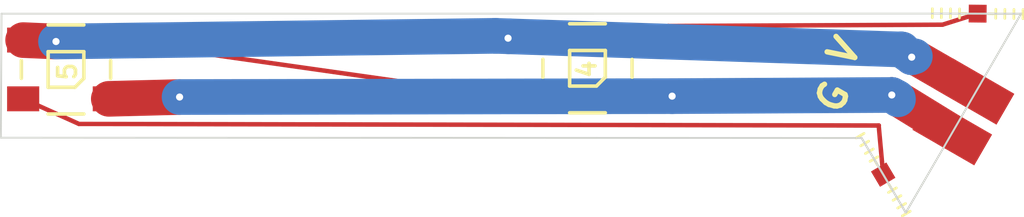
<source format=kicad_pcb>
(kicad_pcb (version 4) (host pcbnew 4.0.7)

  (general
    (links 3)
    (no_connects 0)
    (area 104.409223 29.099326 405.110759 155.047504)
    (thickness 1.6)
    (drawings 11)
    (tracks 40)
    (zones 0)
    (modules 6)
    (nets 6)
  )

  (page A4)
  (layers
    (0 F.Cu signal)
    (31 B.Cu signal)
    (32 B.Adhes user)
    (33 F.Adhes user)
    (34 B.Paste user)
    (35 F.Paste user)
    (36 B.SilkS user)
    (37 F.SilkS user)
    (38 B.Mask user)
    (39 F.Mask user)
    (40 Dwgs.User user)
    (41 Cmts.User user)
    (42 Eco1.User user)
    (43 Eco2.User user)
    (44 Edge.Cuts user)
    (45 Margin user)
    (46 B.CrtYd user)
    (47 F.CrtYd user)
    (48 B.Fab user)
    (49 F.Fab user)
  )

  (setup
    (last_trace_width 0.25)
    (user_trace_width 0.5)
    (user_trace_width 1)
    (user_trace_width 2)
    (trace_clearance 0.2)
    (zone_clearance 0.508)
    (zone_45_only no)
    (trace_min 0.2)
    (segment_width 0.2)
    (edge_width 0.15)
    (via_size 0.6)
    (via_drill 0.4)
    (via_min_size 0.4)
    (via_min_drill 0.3)
    (uvia_size 0.3)
    (uvia_drill 0.1)
    (uvias_allowed no)
    (uvia_min_size 0.2)
    (uvia_min_drill 0.1)
    (pcb_text_width 0.3)
    (pcb_text_size 1.5 1.5)
    (mod_edge_width 0.15)
    (mod_text_size 1 1)
    (mod_text_width 0.15)
    (pad_size 1.524 1.524)
    (pad_drill 0.762)
    (pad_to_mask_clearance 0.2)
    (aux_axis_origin 0 0)
    (visible_elements 7FFFF7FF)
    (pcbplotparams
      (layerselection 0x00030_80000001)
      (usegerberextensions false)
      (excludeedgelayer true)
      (linewidth 0.100000)
      (plotframeref false)
      (viasonmask false)
      (mode 1)
      (useauxorigin false)
      (hpglpennumber 1)
      (hpglpenspeed 20)
      (hpglpendiameter 15)
      (hpglpenoverlay 2)
      (psnegative false)
      (psa4output false)
      (plotreference true)
      (plotvalue true)
      (plotinvisibletext false)
      (padsonsilk false)
      (subtractmaskfromsilk false)
      (outputformat 1)
      (mirror false)
      (drillshape 1)
      (scaleselection 1)
      (outputdirectory ""))
  )

  (net 0 "")
  (net 1 /VCC)
  (net 2 /GND)
  (net 3 "Net-(LED2-Pad4)")
  (net 4 "Net-(LED3-Pad4)")
  (net 5 "Net-(LED104-Pad4)")

  (net_class Default "This is the default net class."
    (clearance 0.2)
    (trace_width 0.25)
    (via_dia 0.6)
    (via_drill 0.4)
    (uvia_dia 0.3)
    (uvia_drill 0.1)
    (add_net /GND)
    (add_net /VCC)
    (add_net "Net-(LED104-Pad4)")
    (add_net "Net-(LED2-Pad4)")
    (add_net "Net-(LED3-Pad4)")
  )

  (module "Tiny Edge" (layer F.Cu) (tedit 59EBDB8C) (tstamp 59EBDCB6)
    (at 149.410153881754 76.2254514346474 179.4)
    (fp_text reference "" (at 0 0.5 179.4) (layer F.SilkS)
      (effects (font (size 1 1) (thickness 0.15)))
    )
    (fp_text value "" (at 3.175 -4.056 179.4) (layer F.Fab)
      (effects (font (size 1 1) (thickness 0.15)))
    )
    (fp_line (start 0.635 0) (end 0.889 0) (layer F.SilkS) (width 0.15))
    (fp_line (start -0.889 0) (end -0.635 0) (layer F.SilkS) (width 0.15))
    (fp_line (start -2.54 -0.254) (end -2.54 0.254) (layer F.SilkS) (width 0.15))
    (fp_line (start 2.54 -0.254) (end 2.54 0.254) (layer F.SilkS) (width 0.15))
    (fp_line (start 2.032 -0.254) (end 2.032 0.254) (layer F.SilkS) (width 0.15))
    (fp_line (start 1.524 -0.254) (end 1.524 0.254) (layer F.SilkS) (width 0.15))
    (fp_line (start 1.016 -0.254) (end 1.016 0.254) (layer F.SilkS) (width 0.15))
    (fp_line (start -2.032 -0.254) (end -2.032 0.254) (layer F.SilkS) (width 0.15))
    (fp_line (start -1.524 -0.254) (end -1.524 0.254) (layer F.SilkS) (width 0.15))
    (fp_line (start -1.016 -0.254) (end -1.016 0.254) (layer F.SilkS) (width 0.15))
    (pad 1 smd rect (at 0 0 179.4) (size 1 1) (layers F.Cu F.Paste F.Mask))
  )

  (module "Tiny Edge" (layer F.Cu) (tedit 59EBDB8C) (tstamp 59EA9D59)
    (at 144.116411268613 85.2674826027988 300.6)
    (fp_text reference "" (at 0 0.5 300.6) (layer F.SilkS)
      (effects (font (size 1 1) (thickness 0.15)))
    )
    (fp_text value "" (at 3.175 -4.056 300.6) (layer F.Fab)
      (effects (font (size 1 1) (thickness 0.15)))
    )
    (fp_line (start 0.635 0) (end 0.889 0) (layer F.SilkS) (width 0.15))
    (fp_line (start -0.889 0) (end -0.635 0) (layer F.SilkS) (width 0.15))
    (fp_line (start -2.54 -0.254) (end -2.54 0.254) (layer F.SilkS) (width 0.15))
    (fp_line (start 2.54 -0.254) (end 2.54 0.254) (layer F.SilkS) (width 0.15))
    (fp_line (start 2.032 -0.254) (end 2.032 0.254) (layer F.SilkS) (width 0.15))
    (fp_line (start 1.524 -0.254) (end 1.524 0.254) (layer F.SilkS) (width 0.15))
    (fp_line (start 1.016 -0.254) (end 1.016 0.254) (layer F.SilkS) (width 0.15))
    (fp_line (start -2.032 -0.254) (end -2.032 0.254) (layer F.SilkS) (width 0.15))
    (fp_line (start -1.524 -0.254) (end -1.524 0.254) (layer F.SilkS) (width 0.15))
    (fp_line (start -1.016 -0.254) (end -1.016 0.254) (layer F.SilkS) (width 0.15))
    (pad 1 smd rect (at 0 0 300.6) (size 1 1) (layers F.Cu F.Paste F.Mask))
  )

  (module "Big pad" (layer F.Cu) (tedit 59EAA4F0) (tstamp 59EAA5B9)
    (at 149.186682275963 80.4225156099258 150)
    (fp_text reference "" (at 0.127 0.5 150) (layer F.SilkS)
      (effects (font (size 1 1) (thickness 0.15)))
    )
    (fp_text value "" (at 0 -0.5 150) (layer F.Fab)
      (effects (font (size 1 1) (thickness 0.15)))
    )
    (pad 1 smd rect (at -0.127 -0.127 150) (size 4 2) (layers F.Cu F.Paste F.Mask))
  )

  (module "Big pad" (layer F.Cu) (tedit 59EAA4F0) (tstamp 59EAA5B3)
    (at 147.939924889103 82.7089627486785 150)
    (fp_text reference "" (at 0.127 0.5 150) (layer F.SilkS)
      (effects (font (size 1 1) (thickness 0.15)))
    )
    (fp_text value "" (at 0 -0.5 150) (layer F.Fab)
      (effects (font (size 1 1) (thickness 0.15)))
    )
    (pad 1 smd rect (at -0.127 -0.127 150) (size 4 2) (layers F.Cu F.Paste F.Mask))
  )

  (module WS2812B:WS2812B (layer F.Cu) (tedit 59EB979D) (tstamp 59E770EA)
    (at 98.326367851464 79.3611642820861 90)
    (path /59E6A5E4)
    (fp_text reference 5 (at -0.118493 0.078235 90) (layer F.SilkS)
      (effects (font (size 1 1) (thickness 0.2)))
    )
    (fp_text value "" (at 0 4.8 90) (layer F.SilkS) hide
      (effects (font (size 1 1) (thickness 0.2)))
    )
    (fp_line (start -1 -1) (end 1 -1) (layer F.SilkS) (width 0.2))
    (fp_line (start 1 -1) (end 1 1) (layer F.SilkS) (width 0.2))
    (fp_line (start 1 1) (end -0.5 1) (layer F.SilkS) (width 0.2))
    (fp_line (start -0.5 1) (end -1 0.5) (layer F.SilkS) (width 0.2))
    (fp_line (start -1 0.5) (end -1 -1) (layer F.SilkS) (width 0.2))
    (fp_line (start -2.5 -1) (end -2.5 1) (layer F.SilkS) (width 0.2))
    (fp_line (start -0.5 2.5) (end 0.5 2.5) (layer F.SilkS) (width 0.2))
    (fp_line (start 2.5 -1) (end 2.5 1) (layer F.SilkS) (width 0.2))
    (fp_line (start -0.5 -2.5) (end 0.5 -2.5) (layer F.SilkS) (width 0.2))
    (fp_line (start 2.1 2.5) (end 2.5 2.5) (layer Dwgs.User) (width 0.2))
    (fp_line (start -1.2 2.5) (end 1.2 2.5) (layer Dwgs.User) (width 0.2))
    (fp_line (start -2.5 2.5) (end -2.1 2.5) (layer Dwgs.User) (width 0.2))
    (fp_line (start 2.1 -2.5) (end 2.5 -2.5) (layer Dwgs.User) (width 0.2))
    (fp_line (start -1.2 -2.5) (end 1.2 -2.5) (layer Dwgs.User) (width 0.2))
    (fp_line (start -2.5 -2.5) (end -2.1 -2.5) (layer Dwgs.User) (width 0.2))
    (fp_line (start -2.1 -2.7) (end -1.2 -2.7) (layer Dwgs.User) (width 0.2))
    (fp_line (start -1.2 -2.7) (end -1.2 -1.8) (layer Dwgs.User) (width 0.2))
    (fp_line (start -1.2 -1.8) (end -2.1 -1.8) (layer Dwgs.User) (width 0.2))
    (fp_line (start -2.1 -1.8) (end -2.1 -2.7) (layer Dwgs.User) (width 0.2))
    (fp_line (start 2.1 -2.7) (end 1.2 -2.7) (layer Dwgs.User) (width 0.2))
    (fp_line (start 1.2 -2.7) (end 1.2 -1.8) (layer Dwgs.User) (width 0.2))
    (fp_line (start 1.2 -1.8) (end 2.1 -1.8) (layer Dwgs.User) (width 0.2))
    (fp_line (start 2.1 -1.8) (end 2.1 -2.7) (layer Dwgs.User) (width 0.2))
    (fp_line (start -2.1 2.7) (end -2.1 1.8) (layer Dwgs.User) (width 0.2))
    (fp_line (start -2.1 1.8) (end -1.2 1.8) (layer Dwgs.User) (width 0.2))
    (fp_line (start -1.2 1.8) (end -1.2 2.7) (layer Dwgs.User) (width 0.2))
    (fp_line (start -1.2 2.7) (end -2.1 2.7) (layer Dwgs.User) (width 0.2))
    (fp_line (start 1.2 2.7) (end 1.2 1.8) (layer Dwgs.User) (width 0.2))
    (fp_line (start 1.2 1.8) (end 2.1 1.8) (layer Dwgs.User) (width 0.2))
    (fp_line (start 2.1 1.8) (end 2.1 2.7) (layer Dwgs.User) (width 0.2))
    (fp_line (start 2.1 2.7) (end 1.2 2.7) (layer Dwgs.User) (width 0.2))
    (fp_line (start 2.5 -2.5) (end 2.5 2.5) (layer Dwgs.User) (width 0.2))
    (fp_line (start -2.49936 2.49936) (end -2.49936 -2.49936) (layer Dwgs.User) (width 0.2))
    (pad 1 smd rect (at 1.65 -2.4 90) (size 1.4 1.8) (layers F.Cu F.Paste F.Mask)
      (net 1 /VCC))
    (pad 2 smd rect (at -1.65 -2.4 90) (size 1.4 1.8) (layers F.Cu F.Paste F.Mask)
      (net 5 "Net-(LED104-Pad4)"))
    (pad 3 smd rect (at -1.65 2.4 90) (size 1.4 1.8) (layers F.Cu F.Paste F.Mask)
      (net 2 /GND))
    (pad 4 smd rect (at 1.65 2.4 90) (size 1.4 1.8) (layers F.Cu F.Paste F.Mask)
      (net 3 "Net-(LED2-Pad4)"))
  )

  (module WS2812B:WS2812B (layer F.Cu) (tedit 59EB977B) (tstamp 59E770F2)
    (at 127.547677881308 79.2943706466741 90)
    (path /59E6A59E)
    (fp_text reference 4 (at -0.054993 -0.03175 90) (layer F.SilkS)
      (effects (font (size 1 1) (thickness 0.2)))
    )
    (fp_text value "" (at 0 4.8 90) (layer F.SilkS) hide
      (effects (font (size 1 1) (thickness 0.2)))
    )
    (fp_line (start -1 -1) (end 1 -1) (layer F.SilkS) (width 0.2))
    (fp_line (start 1 -1) (end 1 1) (layer F.SilkS) (width 0.2))
    (fp_line (start 1 1) (end -0.5 1) (layer F.SilkS) (width 0.2))
    (fp_line (start -0.5 1) (end -1 0.5) (layer F.SilkS) (width 0.2))
    (fp_line (start -1 0.5) (end -1 -1) (layer F.SilkS) (width 0.2))
    (fp_line (start -2.5 -1) (end -2.5 1) (layer F.SilkS) (width 0.2))
    (fp_line (start -0.5 2.5) (end 0.5 2.5) (layer F.SilkS) (width 0.2))
    (fp_line (start 2.5 -1) (end 2.5 1) (layer F.SilkS) (width 0.2))
    (fp_line (start -0.5 -2.5) (end 0.5 -2.5) (layer F.SilkS) (width 0.2))
    (fp_line (start 2.1 2.5) (end 2.5 2.5) (layer Dwgs.User) (width 0.2))
    (fp_line (start -1.2 2.5) (end 1.2 2.5) (layer Dwgs.User) (width 0.2))
    (fp_line (start -2.5 2.5) (end -2.1 2.5) (layer Dwgs.User) (width 0.2))
    (fp_line (start 2.1 -2.5) (end 2.5 -2.5) (layer Dwgs.User) (width 0.2))
    (fp_line (start -1.2 -2.5) (end 1.2 -2.5) (layer Dwgs.User) (width 0.2))
    (fp_line (start -2.5 -2.5) (end -2.1 -2.5) (layer Dwgs.User) (width 0.2))
    (fp_line (start -2.1 -2.7) (end -1.2 -2.7) (layer Dwgs.User) (width 0.2))
    (fp_line (start -1.2 -2.7) (end -1.2 -1.8) (layer Dwgs.User) (width 0.2))
    (fp_line (start -1.2 -1.8) (end -2.1 -1.8) (layer Dwgs.User) (width 0.2))
    (fp_line (start -2.1 -1.8) (end -2.1 -2.7) (layer Dwgs.User) (width 0.2))
    (fp_line (start 2.1 -2.7) (end 1.2 -2.7) (layer Dwgs.User) (width 0.2))
    (fp_line (start 1.2 -2.7) (end 1.2 -1.8) (layer Dwgs.User) (width 0.2))
    (fp_line (start 1.2 -1.8) (end 2.1 -1.8) (layer Dwgs.User) (width 0.2))
    (fp_line (start 2.1 -1.8) (end 2.1 -2.7) (layer Dwgs.User) (width 0.2))
    (fp_line (start -2.1 2.7) (end -2.1 1.8) (layer Dwgs.User) (width 0.2))
    (fp_line (start -2.1 1.8) (end -1.2 1.8) (layer Dwgs.User) (width 0.2))
    (fp_line (start -1.2 1.8) (end -1.2 2.7) (layer Dwgs.User) (width 0.2))
    (fp_line (start -1.2 2.7) (end -2.1 2.7) (layer Dwgs.User) (width 0.2))
    (fp_line (start 1.2 2.7) (end 1.2 1.8) (layer Dwgs.User) (width 0.2))
    (fp_line (start 1.2 1.8) (end 2.1 1.8) (layer Dwgs.User) (width 0.2))
    (fp_line (start 2.1 1.8) (end 2.1 2.7) (layer Dwgs.User) (width 0.2))
    (fp_line (start 2.1 2.7) (end 1.2 2.7) (layer Dwgs.User) (width 0.2))
    (fp_line (start 2.5 -2.5) (end 2.5 2.5) (layer Dwgs.User) (width 0.2))
    (fp_line (start -2.49936 2.49936) (end -2.49936 -2.49936) (layer Dwgs.User) (width 0.2))
    (pad 1 smd rect (at 1.65 -2.4 90) (size 1.4 1.8) (layers F.Cu F.Paste F.Mask)
      (net 1 /VCC))
    (pad 2 smd rect (at -1.65 -2.4 90) (size 1.4 1.8) (layers F.Cu F.Paste F.Mask)
      (net 3 "Net-(LED2-Pad4)"))
    (pad 3 smd rect (at -1.65 2.4 90) (size 1.4 1.8) (layers F.Cu F.Paste F.Mask)
      (net 2 /GND))
    (pad 4 smd rect (at 1.65 2.4 90) (size 1.4 1.8) (layers F.Cu F.Paste F.Mask)
      (net 4 "Net-(LED3-Pad4)"))
  )

  (gr_text G (at 141.28305050937 80.9040073939792 60) (layer F.SilkS)
    (effects (font (size 1.5 1.5) (thickness 0.3)))
  )
  (gr_text V (at 141.937133242199 78.3487028683667 60) (layer F.SilkS)
    (effects (font (size 1.5 1.5) (thickness 0.3)))
  )
  (gr_line (start 145.374251071433 87.404482156533) (end 147.813346899746 83.2113602573658) (layer Edge.Cuts) (width 0.1))
  (gr_line (start 142.896527855663 83.2095906533395) (end 145.374251071433 87.404482156533) (layer Edge.Cuts) (width 0.1))
  (gr_line (start 94.6784222433107 83.1922334186553) (end 142.896527855663 83.2095906533395) (layer Edge.Cuts) (width 0.1))
  (gr_line (start 94.7156346002544 76.2277797257594) (end 94.6784222433107 83.1922334186553) (layer Edge.Cuts) (width 0.1))
  (gr_line (start 151.847982399746 76.2231665813448) (end 94.7156346002544 76.2277797257594) (layer Edge.Cuts) (width 0.1))
  (gr_line (start 147.813346899746 83.2113602573658) (end 151.847982399746 76.2231665813448) (layer Edge.Cuts) (width 0.1))
  (gr_line (start 151.836100376734 76.2431948488973) (end 146.921783391845 76.2244315512234) (layer Edge.Cuts) (width 0.1))
  (gr_line (start 145.392933782481 87.3978707517741) (end 151.836100376734 76.2431948488973) (layer Edge.Cuts) (width 0.1))
  (gr_line (start 142.901784391845 83.1872740655994) (end 145.392933782481 87.3978707517741) (layer Edge.Cuts) (width 0.1))

  (segment (start 149.233167502244 80.5960008362064) (end 145.840048793302 78.6369828362064) (width 2) (layer F.Cu) (net 1) (tstamp 59EB6277))
  (segment (start 125.147677896411 77.6443705586809) (end 124.450876454602 77.2420720586809) (width 1) (layer F.Cu) (net 1))
  (segment (start 124.450876454602 77.2420720586809) (end 123.097224508925 77.6047820043578) (width 1) (layer F.Cu) (net 1) (tstamp 59EB63D7))
  (via (at 123.097224508925 77.6047820043578) (size 0.6) (drill 0.4) (layers F.Cu B.Cu) (net 1))
  (segment (start 123.097224508925 77.6047820043578) (end 123.078597842152 77.5352663375846) (width 1) (layer B.Cu) (net 1) (tstamp 59EB63E0))
  (segment (start 123.078597842152 77.5352663375846) (end 123.100869342152 77.4966909680239) (width 1) (layer B.Cu) (net 1) (tstamp 59EB63E1))
  (via (at 145.713651828715 78.6708508007931) (size 0.6) (drill 0.4) (layers F.Cu B.Cu) (net 1))
  (segment (start 145.840048793302 78.6369828362064) (end 145.713651828715 78.6708508007931) (width 2) (layer F.Cu) (net 1) (tstamp 59EB6276))
  (segment (start 145.713651828715 78.6708508007931) (end 145.124198075369 78.2393266503006) (width 2) (layer B.Cu) (net 1) (tstamp 59EAB094))
  (segment (start 145.124198075369 78.2393266503006) (end 145.713651828715 78.6708508007931) (width 2) (layer B.Cu) (net 1))
  (segment (start 145.713651828715 78.6708508007931) (end 145.713845808786 78.6709928174536) (width 2) (layer B.Cu) (net 1) (tstamp 59EAB092))
  (segment (start 145.713845808786 78.6709928174536) (end 145.889318602029 78.6239750242105) (width 2) (layer B.Cu) (net 1) (tstamp 59E9657C))
  (segment (start 122.388548377522 77.5622450700594) (end 122.389208590573 77.472693547511) (width 0.25) (layer B.Cu) (net 1) (tstamp 59E82ADE))
  (segment (start 145.186484032362 78.2400102081896) (end 145.124198075369 78.2393266503006) (width 2) (layer B.Cu) (net 1) (tstamp 59E82AD3))
  (segment (start 145.124198075369 78.2393266503006) (end 123.100869342152 77.4966909680239) (width 2) (layer B.Cu) (net 1) (tstamp 59E9657A))
  (segment (start 123.100869342152 77.4966909680239) (end 122.389208590573 77.472693547511) (width 2) (layer B.Cu) (net 1) (tstamp 59EB63E4))
  (segment (start 122.389208590573 77.472693547511) (end 97.7662655886577 77.7912898587008) (width 2) (layer B.Cu) (net 1) (tstamp 59E82AE1))
  (via (at 97.7662655886577 77.7912898587008) (size 0.6) (drill 0.4) (layers F.Cu B.Cu) (net 1))
  (segment (start 97.7662655886577 77.7912898587008) (end 95.9263678665666 77.7111641940929) (width 2) (layer F.Cu) (net 1) (tstamp 59E82AD7) (status 20))
  (segment (start 144.860338553246 80.9309627486785) (end 144.598436941815 80.7946436462603) (width 2) (layer B.Cu) (net 2) (tstamp 59EAB081))
  (via (at 144.598436941815 80.7946436462603) (size 0.6) (drill 0.4) (layers F.Cu B.Cu) (net 2))
  (segment (start 144.598436941815 80.7946436462603) (end 147.986410115384 82.8824479749592) (width 2) (layer F.Cu) (net 2) (tstamp 59EAB085))
  (segment (start 144.598436941815 80.7946436462603) (end 144.860338553246 80.9309627486785) (width 2) (layer B.Cu) (net 2))
  (segment (start 132.290109093112 80.8592388364291) (end 144.598436941815 80.7946436462603) (width 2) (layer B.Cu) (net 2))
  (segment (start 144.860338553246 80.9309627486785) (end 144.926498563968 80.9691602486785) (width 2) (layer B.Cu) (net 2) (tstamp 59E96749))
  (segment (start 144.926498563968 80.9691602486785) (end 144.945021279526 81.038287964237) (width 2) (layer B.Cu) (net 2) (tstamp 59E96538))
  (segment (start 100.726367836361 81.0111643700793) (end 104.691386552355 80.9096285010171) (width 2) (layer F.Cu) (net 2) (tstamp 59E82B7B) (status 10))
  (segment (start 104.691386552355 80.9096285010171) (end 132.290109093112 80.8592388364291) (width 2) (layer B.Cu) (net 2) (tstamp 59E82B7F))
  (via (at 104.691386552355 80.9096285010171) (size 0.6) (drill 0.4) (layers F.Cu B.Cu) (net 2))
  (segment (start 132.290109093112 80.8592388364291) (end 130.497603997609 81.2618707346673) (width 1) (layer F.Cu) (net 2) (tstamp 59E82B88) (status 20))
  (via (at 132.290109093112 80.8592388364291) (size 0.6) (drill 0.4) (layers F.Cu B.Cu) (net 2))
  (segment (start 125.697603944058 81.26187070375) (end 100.726367920117 77.7111642250103) (width 0.25) (layer F.Cu) (net 3) (tstamp 59E82B4A) (status 10))
  (segment (start 147.438316392667 76.8467741500148) (end 149.410153881754 76.2254514346474) (width 0.25) (layer F.Cu) (net 4) (tstamp 59EBDCD6))
  (segment (start 147.438316392667 76.8467741500148) (end 132.071360246341 76.9201229531329) (width 0.25) (layer F.Cu) (net 4) (tstamp 59EBA037))
  (segment (start 132.071360246341 76.9201229531329) (end 129.947677949961 77.6443705895982) (width 0.25) (layer F.Cu) (net 4) (tstamp 59EBA03B))
  (segment (start 144.116411268613 85.2674826027988) (end 143.864522786031 82.5090782524734) (width 0.25) (layer F.Cu) (net 5) (tstamp 59EBDBB2))
  (segment (start 143.864522786031 82.5090782524734) (end 143.864521920005 82.5090777524734) (width 0.25) (layer F.Cu) (net 5) (tstamp 59EBDBB5))
  (segment (start 99.0531166982346 82.4203983551374) (end 95.9263677828109 81.011164339162) (width 0.25) (layer F.Cu) (net 5) (status 20))
  (segment (start 143.874949655681 82.5090983844753) (end 143.864521920005 82.5090777524734) (width 0.25) (layer F.Cu) (net 5) (tstamp 59E830CC))
  (segment (start 143.864521920005 82.5090777524734) (end 99.0531166982346 82.4203983551374) (width 0.25) (layer F.Cu) (net 5) (tstamp 59EBDBB6))

)
</source>
